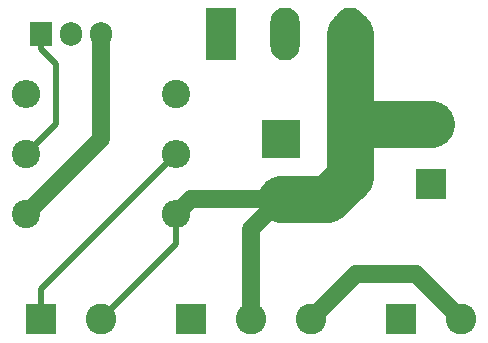
<source format=gbr>
G04 #@! TF.GenerationSoftware,KiCad,Pcbnew,(5.1.2)-1*
G04 #@! TF.CreationDate,2020-10-26T09:15:15+01:00*
G04 #@! TF.ProjectId,Flyback driver Cool-Tip v1.0.0,466c7962-6163-46b2-9064-726976657220,rev?*
G04 #@! TF.SameCoordinates,Original*
G04 #@! TF.FileFunction,Copper,L2,Bot*
G04 #@! TF.FilePolarity,Positive*
%FSLAX46Y46*%
G04 Gerber Fmt 4.6, Leading zero omitted, Abs format (unit mm)*
G04 Created by KiCad (PCBNEW (5.1.2)-1) date 2020-10-26 09:15:15*
%MOMM*%
%LPD*%
G04 APERTURE LIST*
%ADD10O,2.400000X2.400000*%
%ADD11C,2.400000*%
%ADD12C,2.600000*%
%ADD13R,2.600000X2.600000*%
%ADD14O,3.200000X3.200000*%
%ADD15R,3.200000X3.200000*%
%ADD16O,2.500000X4.500000*%
%ADD17R,2.500000X4.500000*%
%ADD18R,1.905000X2.000000*%
%ADD19O,1.905000X2.000000*%
%ADD20C,0.500000*%
%ADD21C,4.000000*%
%ADD22C,1.500000*%
G04 APERTURE END LIST*
D10*
X114300000Y-95250000D03*
D11*
X101600000Y-95250000D03*
D10*
X114300000Y-90170000D03*
D11*
X101600000Y-90170000D03*
D12*
X107950000Y-104140000D03*
D13*
X102870000Y-104140000D03*
D14*
X123190000Y-93980000D03*
D15*
X123190000Y-88900000D03*
D16*
X129010000Y-80010000D03*
X123560000Y-80010000D03*
D17*
X118110000Y-80010000D03*
D12*
X135890000Y-87630000D03*
D13*
X135890000Y-92710000D03*
D12*
X138430000Y-104140000D03*
D13*
X133350000Y-104140000D03*
D18*
X102870000Y-80010000D03*
D19*
X105410000Y-80010000D03*
X107950000Y-80010000D03*
D11*
X114300000Y-85090000D03*
D10*
X101600000Y-85090000D03*
D13*
X115570000Y-104140000D03*
D12*
X120650000Y-104140000D03*
X125730000Y-104140000D03*
D20*
X107950000Y-104140000D02*
X109249999Y-102840001D01*
D21*
X127070002Y-93980000D02*
X123190000Y-93980000D01*
X129010000Y-92040002D02*
X127070002Y-93980000D01*
X129540000Y-87630000D02*
X129010000Y-88160000D01*
X135890000Y-87630000D02*
X129540000Y-87630000D01*
X129010000Y-92040002D02*
X129010000Y-88160000D01*
X129010000Y-88160000D02*
X129010000Y-80010000D01*
D20*
X114300000Y-97790000D02*
X109249999Y-102840001D01*
X114300000Y-95250000D02*
X114300000Y-97790000D01*
D22*
X115570000Y-93980000D02*
X114300000Y-95250000D01*
X123190000Y-93980000D02*
X115570000Y-93980000D01*
X120650000Y-96520000D02*
X123190000Y-93980000D01*
X120650000Y-104140000D02*
X120650000Y-96520000D01*
X129540000Y-100330000D02*
X125730000Y-104140000D01*
X138430000Y-104140000D02*
X134620000Y-100330000D01*
X134620000Y-100330000D02*
X129540000Y-100330000D01*
D20*
X102870000Y-101600000D02*
X114300000Y-90170000D01*
X102870000Y-104140000D02*
X102870000Y-101600000D01*
X102870000Y-81280000D02*
X102870000Y-80010000D01*
X104140000Y-82550000D02*
X102870000Y-81280000D01*
X104140000Y-87630000D02*
X101600000Y-90170000D01*
X104140000Y-82550000D02*
X104140000Y-87630000D01*
D22*
X107950000Y-88900000D02*
X107950000Y-80010000D01*
X101600000Y-95250000D02*
X107950000Y-88900000D01*
M02*

</source>
